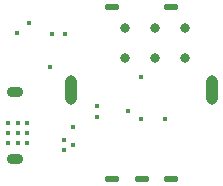
<source format=gbr>
%TF.GenerationSoftware,Altium Limited,Altium Designer,20.1.8 (145)*%
G04 Layer_Color=0*
%FSLAX44Y44*%
%MOMM*%
%TF.SameCoordinates,E54140C2-77ED-4701-9F9C-26571285D32F*%
%TF.FilePolarity,Positive*%
%TF.FileFunction,Plated,1,2,PTH,Drill*%
%TF.Part,Single*%
G01*
G75*
%TA.AperFunction,ComponentDrill*%
%ADD54O,1.4000X0.9000*%
%ADD55O,1.0000X2.5000*%
%ADD56O,1.2500X0.5000*%
%ADD57C,0.8000*%
%TA.AperFunction,ViaDrill,NotFilled*%
%ADD58C,0.4000*%
D54*
X10041973Y10081085D02*
D03*
Y10024484D02*
D03*
D55*
X10209410Y10082500D02*
D03*
X10089410D02*
D03*
D56*
X10124410Y10152500D02*
D03*
X10174410D02*
D03*
X10149410Y10007500D02*
D03*
X10124410D02*
D03*
X10174410D02*
D03*
D57*
X10185787Y10109675D02*
D03*
X10160386D02*
D03*
X10134987D02*
D03*
X10185787Y10135076D02*
D03*
X10134987D02*
D03*
X10160386D02*
D03*
D58*
X10054046Y10139183D02*
D03*
X10044176Y10130536D02*
D03*
X10084329Y10129683D02*
D03*
X10111495Y10069142D02*
D03*
X10148680Y10093950D02*
D03*
X10073967Y10129683D02*
D03*
X10072223Y10101834D02*
D03*
X10090976Y10035594D02*
D03*
X10083662Y10031403D02*
D03*
Y10039785D02*
D03*
X10036048Y10045954D02*
D03*
Y10037572D02*
D03*
Y10054336D02*
D03*
X10052812D02*
D03*
X10044430D02*
D03*
X10052812Y10045954D02*
D03*
Y10037572D02*
D03*
X10044430D02*
D03*
X10091171Y10050853D02*
D03*
X10044430Y10045954D02*
D03*
X10111495Y10059775D02*
D03*
X10137552Y10064426D02*
D03*
X10169336Y10057926D02*
D03*
X10148680D02*
D03*
%TF.MD5,4e44a57f150318ea5cae03d74fc7e23a*%
M02*

</source>
